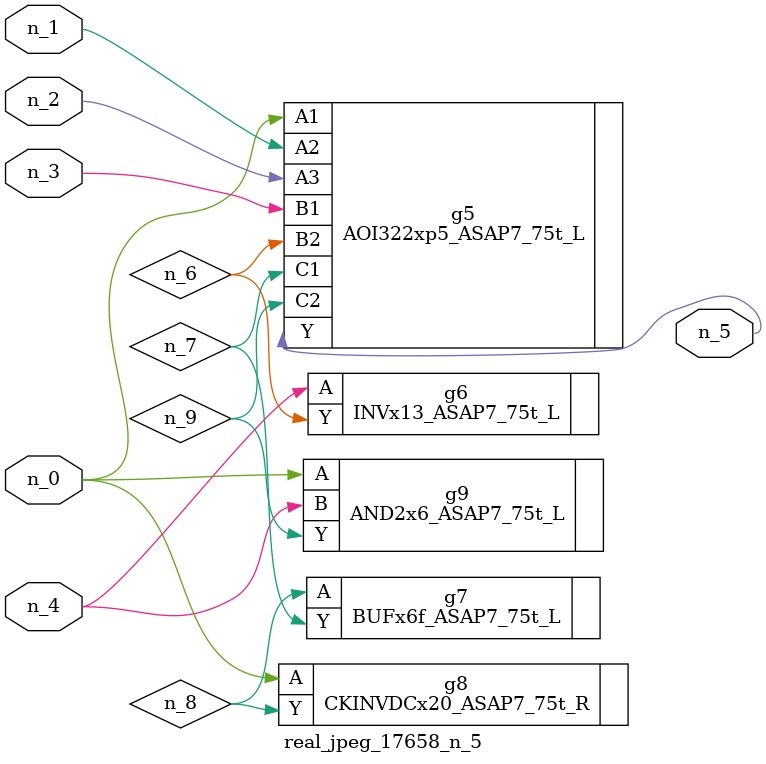
<source format=v>
module real_jpeg_17658_n_5 (n_4, n_0, n_1, n_2, n_3, n_5);

input n_4;
input n_0;
input n_1;
input n_2;
input n_3;

output n_5;

wire n_8;
wire n_6;
wire n_7;
wire n_9;

AOI322xp5_ASAP7_75t_L g5 ( 
.A1(n_0),
.A2(n_1),
.A3(n_2),
.B1(n_3),
.B2(n_6),
.C1(n_7),
.C2(n_9),
.Y(n_5)
);

CKINVDCx20_ASAP7_75t_R g8 ( 
.A(n_0),
.Y(n_8)
);

AND2x6_ASAP7_75t_L g9 ( 
.A(n_0),
.B(n_4),
.Y(n_9)
);

INVx13_ASAP7_75t_L g6 ( 
.A(n_4),
.Y(n_6)
);

BUFx6f_ASAP7_75t_L g7 ( 
.A(n_8),
.Y(n_7)
);


endmodule
</source>
